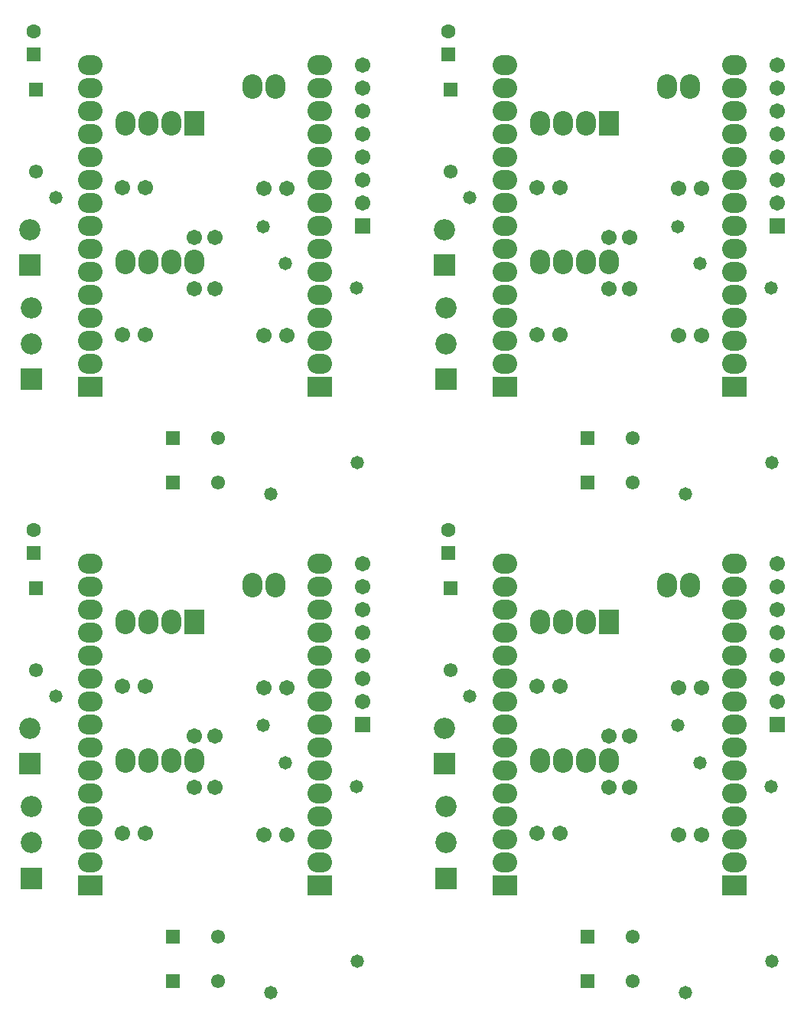
<source format=gbr>
G04*
G04 #@! TF.GenerationSoftware,Altium Limited,Altium Designer,25.4.2 (15)*
G04*
G04 Layer_Color=16711935*
%FSLAX44Y44*%
%MOMM*%
G71*
G04*
G04 #@! TF.SameCoordinates,E50F2220-639C-4698-B7CA-9BFD618F9179*
G04*
G04*
G04 #@! TF.FilePolarity,Negative*
G04*
G01*
G75*
%ADD33C,1.5532*%
%ADD34R,1.5532X1.5532*%
%ADD35O,2.2032X2.7032*%
%ADD36R,2.2032X2.7032*%
%ADD37C,1.7032*%
%ADD38R,1.7032X1.7032*%
%ADD39O,2.7032X2.2032*%
%ADD40R,2.7032X2.2032*%
%ADD41C,2.3532*%
%ADD42R,2.3532X2.3532*%
%ADD43C,1.6032*%
%ADD44R,1.6032X1.6032*%
%ADD45R,1.5532X1.5532*%
%ADD46C,1.4732*%
D33*
X755750Y313710D02*
D03*
Y362960D02*
D03*
X554250Y657960D02*
D03*
X1214540Y313710D02*
D03*
Y362960D02*
D03*
X1013040Y657960D02*
D03*
X755750Y864980D02*
D03*
Y914230D02*
D03*
X554250Y1209230D02*
D03*
X1214540Y864980D02*
D03*
Y914230D02*
D03*
X1013040Y1209230D02*
D03*
D34*
X705750Y313710D02*
D03*
Y362960D02*
D03*
X1164540Y313710D02*
D03*
Y362960D02*
D03*
X705750Y864980D02*
D03*
Y914230D02*
D03*
X1164540Y864980D02*
D03*
Y914230D02*
D03*
D35*
X793450Y752010D02*
D03*
X818850D02*
D03*
X653050Y557810D02*
D03*
X678450D02*
D03*
X703850D02*
D03*
X729250D02*
D03*
X653050Y711210D02*
D03*
X678450D02*
D03*
X703850D02*
D03*
X1252240Y752010D02*
D03*
X1277640D02*
D03*
X1111840Y557810D02*
D03*
X1137240D02*
D03*
X1162640D02*
D03*
X1188040D02*
D03*
X1111840Y711210D02*
D03*
X1137240D02*
D03*
X1162640D02*
D03*
X793450Y1303280D02*
D03*
X818850D02*
D03*
X653050Y1109080D02*
D03*
X678450D02*
D03*
X703850D02*
D03*
X729250D02*
D03*
X653050Y1262480D02*
D03*
X678450D02*
D03*
X703850D02*
D03*
X1252240Y1303280D02*
D03*
X1277640D02*
D03*
X1111840Y1109080D02*
D03*
X1137240D02*
D03*
X1162640D02*
D03*
X1188040D02*
D03*
X1111840Y1262480D02*
D03*
X1137240D02*
D03*
X1162640D02*
D03*
D36*
X729250Y711210D02*
D03*
X1188040D02*
D03*
X729250Y1262480D02*
D03*
X1188040D02*
D03*
D37*
X729250Y585210D02*
D03*
Y528210D02*
D03*
X915500Y623110D02*
D03*
Y648510D02*
D03*
Y673910D02*
D03*
Y699310D02*
D03*
Y724710D02*
D03*
Y750110D02*
D03*
Y775510D02*
D03*
X649750Y640270D02*
D03*
X675150D02*
D03*
X752000Y528210D02*
D03*
Y585210D02*
D03*
X831500Y476150D02*
D03*
X806100D02*
D03*
Y638710D02*
D03*
X831500D02*
D03*
X675150Y477710D02*
D03*
X649750D02*
D03*
X1188040Y585210D02*
D03*
Y528210D02*
D03*
X1374290Y623110D02*
D03*
Y648510D02*
D03*
Y673910D02*
D03*
Y699310D02*
D03*
Y724710D02*
D03*
Y750110D02*
D03*
Y775510D02*
D03*
X1108540Y640270D02*
D03*
X1133940D02*
D03*
X1210790Y528210D02*
D03*
Y585210D02*
D03*
X1290290Y476150D02*
D03*
X1264890D02*
D03*
Y638710D02*
D03*
X1290290D02*
D03*
X1133940Y477710D02*
D03*
X1108540D02*
D03*
X729250Y1136480D02*
D03*
Y1079480D02*
D03*
X915500Y1174380D02*
D03*
Y1199780D02*
D03*
Y1225180D02*
D03*
Y1250580D02*
D03*
Y1275980D02*
D03*
Y1301380D02*
D03*
Y1326780D02*
D03*
X649750Y1191540D02*
D03*
X675150D02*
D03*
X752000Y1079480D02*
D03*
Y1136480D02*
D03*
X831500Y1027420D02*
D03*
X806100D02*
D03*
Y1189980D02*
D03*
X831500D02*
D03*
X675150Y1028980D02*
D03*
X649750D02*
D03*
X1188040Y1136480D02*
D03*
Y1079480D02*
D03*
X1374290Y1174380D02*
D03*
Y1199780D02*
D03*
Y1225180D02*
D03*
Y1250580D02*
D03*
Y1275980D02*
D03*
Y1301380D02*
D03*
Y1326780D02*
D03*
X1108540Y1191540D02*
D03*
X1133940D02*
D03*
X1210790Y1079480D02*
D03*
Y1136480D02*
D03*
X1290290Y1027420D02*
D03*
X1264890D02*
D03*
Y1189980D02*
D03*
X1290290D02*
D03*
X1133940Y1028980D02*
D03*
X1108540D02*
D03*
D38*
X915500Y597710D02*
D03*
X1374290D02*
D03*
X915500Y1148980D02*
D03*
X1374290D02*
D03*
D39*
X868500Y775510D02*
D03*
Y750110D02*
D03*
Y724710D02*
D03*
Y699310D02*
D03*
Y673910D02*
D03*
Y648510D02*
D03*
Y623110D02*
D03*
Y597710D02*
D03*
Y572310D02*
D03*
Y546910D02*
D03*
Y521510D02*
D03*
Y496110D02*
D03*
Y470710D02*
D03*
Y445310D02*
D03*
X614500Y496110D02*
D03*
Y775510D02*
D03*
Y750110D02*
D03*
Y724710D02*
D03*
Y699310D02*
D03*
Y673910D02*
D03*
Y648510D02*
D03*
Y623110D02*
D03*
Y597710D02*
D03*
Y572310D02*
D03*
Y546910D02*
D03*
Y521510D02*
D03*
Y470710D02*
D03*
Y445310D02*
D03*
X1327290Y775510D02*
D03*
Y750110D02*
D03*
Y724710D02*
D03*
Y699310D02*
D03*
Y673910D02*
D03*
Y648510D02*
D03*
Y623110D02*
D03*
Y597710D02*
D03*
Y572310D02*
D03*
Y546910D02*
D03*
Y521510D02*
D03*
Y496110D02*
D03*
Y470710D02*
D03*
Y445310D02*
D03*
X1073290Y496110D02*
D03*
Y775510D02*
D03*
Y750110D02*
D03*
Y724710D02*
D03*
Y699310D02*
D03*
Y673910D02*
D03*
Y648510D02*
D03*
Y623110D02*
D03*
Y597710D02*
D03*
Y572310D02*
D03*
Y546910D02*
D03*
Y521510D02*
D03*
Y470710D02*
D03*
Y445310D02*
D03*
X868500Y1326780D02*
D03*
Y1301380D02*
D03*
Y1275980D02*
D03*
Y1250580D02*
D03*
Y1225180D02*
D03*
Y1199780D02*
D03*
Y1174380D02*
D03*
Y1148980D02*
D03*
Y1123580D02*
D03*
Y1098180D02*
D03*
Y1072780D02*
D03*
Y1047380D02*
D03*
Y1021980D02*
D03*
Y996580D02*
D03*
X614500Y1047380D02*
D03*
Y1326780D02*
D03*
Y1301380D02*
D03*
Y1275980D02*
D03*
Y1250580D02*
D03*
Y1225180D02*
D03*
Y1199780D02*
D03*
Y1174380D02*
D03*
Y1148980D02*
D03*
Y1123580D02*
D03*
Y1098180D02*
D03*
Y1072780D02*
D03*
Y1021980D02*
D03*
Y996580D02*
D03*
X1327290Y1326780D02*
D03*
Y1301380D02*
D03*
Y1275980D02*
D03*
Y1250580D02*
D03*
Y1225180D02*
D03*
Y1199780D02*
D03*
Y1174380D02*
D03*
Y1148980D02*
D03*
Y1123580D02*
D03*
Y1098180D02*
D03*
Y1072780D02*
D03*
Y1047380D02*
D03*
Y1021980D02*
D03*
Y996580D02*
D03*
X1073290Y1047380D02*
D03*
Y1326780D02*
D03*
Y1301380D02*
D03*
Y1275980D02*
D03*
Y1250580D02*
D03*
Y1225180D02*
D03*
Y1199780D02*
D03*
Y1174380D02*
D03*
Y1148980D02*
D03*
Y1123580D02*
D03*
Y1098180D02*
D03*
Y1072780D02*
D03*
Y1021980D02*
D03*
Y996580D02*
D03*
D40*
X868500Y419910D02*
D03*
X614500D02*
D03*
X1327290D02*
D03*
X1073290D02*
D03*
X868500Y971180D02*
D03*
X614500D02*
D03*
X1327290D02*
D03*
X1073290D02*
D03*
D41*
X548750Y507060D02*
D03*
Y467460D02*
D03*
X547250Y593710D02*
D03*
X1007540Y507060D02*
D03*
Y467460D02*
D03*
X1006040Y593710D02*
D03*
X548750Y1058330D02*
D03*
Y1018730D02*
D03*
X547250Y1144980D02*
D03*
X1007540Y1058330D02*
D03*
Y1018730D02*
D03*
X1006040Y1144980D02*
D03*
D42*
X548750Y427860D02*
D03*
X547250Y554110D02*
D03*
X1007540Y427860D02*
D03*
X1006040Y554110D02*
D03*
X548750Y979130D02*
D03*
X547250Y1105380D02*
D03*
X1007540Y979130D02*
D03*
X1006040Y1105380D02*
D03*
D43*
X551750Y812911D02*
D03*
X1010540D02*
D03*
X551750Y1364181D02*
D03*
X1010540D02*
D03*
D44*
X551750Y787510D02*
D03*
X1010540D02*
D03*
X551750Y1338780D02*
D03*
X1010540D02*
D03*
D45*
X554250Y747960D02*
D03*
X1013040D02*
D03*
X554250Y1299230D02*
D03*
X1013040D02*
D03*
D46*
X575750Y629210D02*
D03*
X830500Y555710D02*
D03*
X909500Y336210D02*
D03*
X805500Y596710D02*
D03*
X813750Y300960D02*
D03*
X908626Y529290D02*
D03*
X1034540Y629210D02*
D03*
X1289290Y555710D02*
D03*
X1368290Y336210D02*
D03*
X1264290Y596710D02*
D03*
X1272540Y300960D02*
D03*
X1367416Y529290D02*
D03*
X575750Y1180480D02*
D03*
X830500Y1106980D02*
D03*
X909500Y887480D02*
D03*
X805500Y1147980D02*
D03*
X813750Y852230D02*
D03*
X908626Y1080560D02*
D03*
X1034540Y1180480D02*
D03*
X1289290Y1106980D02*
D03*
X1368290Y887480D02*
D03*
X1264290Y1147980D02*
D03*
X1272540Y852230D02*
D03*
X1367416Y1080560D02*
D03*
M02*

</source>
